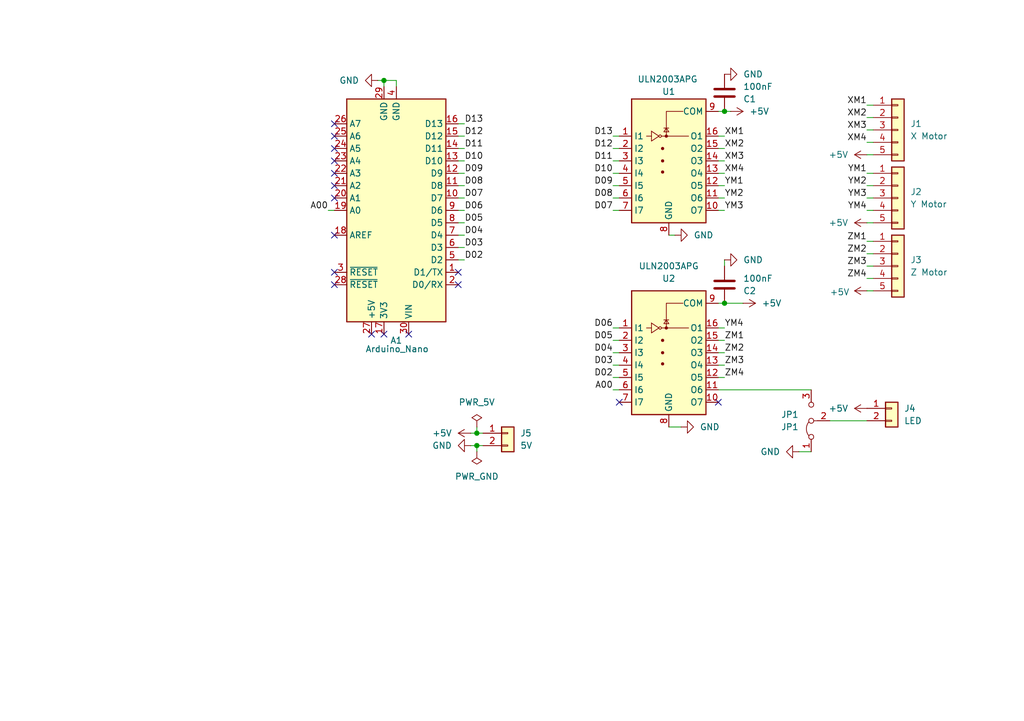
<source format=kicad_sch>
(kicad_sch (version 20231120) (generator "eeschema") (generator_version "8.0")
  (paper "A5")
  (title_block (title "BearBoard") (date "2024-06-02") (rev "1.0.1 (Dicker)"))
  (lib_symbols
    (symbol "Connector_Generic:Conn_01x02" (pin_names (offset 1.016) hide)
      (property "Reference" "J" (at 0 2.54 0))
      (property "Value" "Conn_01x02" (at 0 -5.08 0))
      (symbol "Conn_01x02_1_1"
        (rectangle (start -1.27 -2.413) (end 0 -2.667) (stroke (width 0.1524)))
        (rectangle (start -1.27 0.127) (end 0 -0.127) (stroke (width 0.1524)))
        (rectangle (start -1.27 1.27) (end 1.27 -3.81) (stroke (width 0.254)) (fill (type background)))
        (pin passive line (at -5.08 0 0) (length 3.81) (name "Pin_1") (number "1"))
        (pin passive line (at -5.08 -2.54 0) (length 3.81) (name "Pin_2") (number "2"))
      )
    )
    (symbol "Connector_Generic:Conn_01x05" (pin_names (offset 1.016) hide)
      (property "Reference" "J" (at 0 7.62 0))
      (property "Value" "Conn_01x05" (at 0 -7.62 0))
      (symbol "Conn_01x05_1_1"
        (rectangle (start -1.27 -4.953) (end 0 -5.207) (stroke (width 0.1524)))
        (rectangle (start -1.27 -2.413) (end 0 -2.667) (stroke (width 0.1524)))
        (rectangle (start -1.27 0.127) (end 0 -0.127) (stroke (width 0.1524)))
        (rectangle (start -1.27 2.667) (end 0 2.413) (stroke (width 0.1524)))
        (rectangle (start -1.27 5.207) (end 0 4.953) (stroke (width 0.1524)))
        (rectangle (start -1.27 6.35) (end 1.27 -6.35) (stroke (width 0.254)) (fill (type background)))
        (pin passive line (at -5.08 5.08 0) (length 3.81) (name "Pin_1") (number "1"))
        (pin passive line (at -5.08 2.54 0) (length 3.81) (name "Pin_2") (number "2"))
        (pin passive line (at -5.08 0 0) (length 3.81) (name "Pin_3") (number "3"))
        (pin passive line (at -5.08 -2.54 0) (length 3.81) (name "Pin_4") (number "4"))
        (pin passive line (at -5.08 -5.08 0) (length 3.81) (name "Pin_5") (number "5"))
      )
    )
    (symbol "Device:C" (pin_numbers hide) (pin_names (offset 0.254))
      (property "Reference" "C" (at 0.635 2.54 0))
      (property "Value" "C" (at 0.635 -2.54 0))
      (symbol "C_0_1"
        (polyline (pts (xy -2.032 -0.762) (xy 2.032 -0.762)) (stroke (width 0.508)))
        (polyline (pts (xy -2.032 0.762) (xy 2.032 0.762)) (stroke (width 0.508)))
      )
      (symbol "C_1_1"
        (pin passive line (at 0 3.81 270) (length 2.794) (name "~") (number "1"))
        (pin passive line (at 0 -3.81 90) (length 2.794) (name "~") (number "2"))
      )
    )
    (symbol "Jumper:Jumper_3_Bridged12" (pin_names (offset 0) hide) (exclude_from_sim yes) (in_bom no)
      (property "Reference" "JP" (at -2.54 -2.54 0))
      (property "Value" "Jumper_3_Bridged12" (at 0 2.794 0))
      (symbol "Jumper_3_Bridged12_0_0"
        (circle (center -3.302 0) (radius 0.508))
        (circle (center 0 0) (radius 0.508))
        (circle (center 3.302 0) (radius 0.508))
      )
      (symbol "Jumper_3_Bridged12_0_1"
        (arc (start -0.254 0.508) (mid -1.651 0.9912) (end -3.048 0.508))
        (polyline (pts (xy 0 -1.27) (xy 0 -0.508)))
      )
      (symbol "Jumper_3_Bridged12_1_1"
        (pin passive line (at -6.35 0 0) (length 2.54) (name "A") (number "1"))
        (pin passive line (at 0 -3.81 90) (length 2.54) (name "C") (number "2"))
        (pin passive line (at 6.35 0 180) (length 2.54) (name "B") (number "3"))
      )
    )
    (symbol "MCU_Module:Arduino_Nano_v3.x"
      (property "Reference" "A" (at -10.16 23.495 0))
      (property "Value" "Arduino_Nano_v3.x" (at 5.08 -24.13 0))
      (symbol "Arduino_Nano_v3.x_0_1"
        (rectangle (start -10.16 22.86) (end 10.16 -22.86) (stroke (width 0.254)) (fill (type background)))
      )
      (symbol "Arduino_Nano_v3.x_1_1"
        (pin bidirectional line (at -12.7 12.7 0) (length 2.54) (name "D1/TX") (number "1"))
        (pin bidirectional line (at -12.7 -2.54 0) (length 2.54) (name "D7") (number "10"))
        (pin bidirectional line (at -12.7 -5.08 0) (length 2.54) (name "D8") (number "11"))
        (pin bidirectional line (at -12.7 -7.62 0) (length 2.54) (name "D9") (number "12"))
        (pin bidirectional line (at -12.7 -10.16 0) (length 2.54) (name "D10") (number "13"))
        (pin bidirectional line (at -12.7 -12.7 0) (length 2.54) (name "D11") (number "14"))
        (pin bidirectional line (at -12.7 -15.24 0) (length 2.54) (name "D12") (number "15"))
        (pin bidirectional line (at -12.7 -17.78 0) (length 2.54) (name "D13") (number "16"))
        (pin power_out line (at 2.54 25.4 270) (length 2.54) (name "3V3") (number "17"))
        (pin input line (at 12.7 5.08 180) (length 2.54) (name "AREF") (number "18"))
        (pin bidirectional line (at 12.7 0 180) (length 2.54) (name "A0") (number "19"))
        (pin bidirectional line (at -12.7 15.24 0) (length 2.54) (name "D0/RX") (number "2"))
        (pin bidirectional line (at 12.7 -2.54 180) (length 2.54) (name "A1") (number "20"))
        (pin bidirectional line (at 12.7 -5.08 180) (length 2.54) (name "A2") (number "21"))
        (pin bidirectional line (at 12.7 -7.62 180) (length 2.54) (name "A3") (number "22"))
        (pin bidirectional line (at 12.7 -10.16 180) (length 2.54) (name "A4") (number "23"))
        (pin bidirectional line (at 12.7 -12.7 180) (length 2.54) (name "A5") (number "24"))
        (pin bidirectional line (at 12.7 -15.24 180) (length 2.54) (name "A6") (number "25"))
        (pin bidirectional line (at 12.7 -17.78 180) (length 2.54) (name "A7") (number "26"))
        (pin power_out line (at 5.08 25.4 270) (length 2.54) (name "+5V") (number "27"))
        (pin input line (at 12.7 15.24 180) (length 2.54) (name "~{RESET}") (number "28"))
        (pin power_in line (at 2.54 -25.4 90) (length 2.54) (name "GND") (number "29"))
        (pin input line (at 12.7 12.7 180) (length 2.54) (name "~{RESET}") (number "3"))
        (pin power_in line (at -2.54 25.4 270) (length 2.54) (name "VIN") (number "30"))
        (pin power_in line (at 0 -25.4 90) (length 2.54) (name "GND") (number "4"))
        (pin bidirectional line (at -12.7 10.16 0) (length 2.54) (name "D2") (number "5"))
        (pin bidirectional line (at -12.7 7.62 0) (length 2.54) (name "D3") (number "6"))
        (pin bidirectional line (at -12.7 5.08 0) (length 2.54) (name "D4") (number "7"))
        (pin bidirectional line (at -12.7 2.54 0) (length 2.54) (name "D5") (number "8"))
        (pin bidirectional line (at -12.7 0 0) (length 2.54) (name "D6") (number "9"))
      )
    )
    (symbol "Transistor_Array:ULN2003"
      (property "Reference" "U" (at 0 15.875 0))
      (property "Value" "ULN2003" (at 0 13.97 0))
      (symbol "ULN2003_0_1"
        (rectangle (start -7.62 -12.7) (end 7.62 12.7) (stroke (width 0.254)) (fill (type background)))
        (circle (center -1.778 5.08) (radius 0.254))
        (circle (center -1.27 -2.286) (radius 0.254) (fill (type outline)))
        (circle (center -1.27 0) (radius 0.254) (fill (type outline)))
        (circle (center -1.27 2.54) (radius 0.254) (fill (type outline)))
        (circle (center -0.508 5.08) (radius 0.254) (fill (type outline)))
        (polyline (pts (xy -4.572 5.08) (xy -3.556 5.08)))
        (polyline (pts (xy -1.524 5.08) (xy 4.064 5.08)))
        (polyline (pts (xy 0 6.731) (xy -1.016 6.731)))
        (polyline (pts (xy -0.508 5.08) (xy -0.508 10.16) (xy 2.921 10.16)))
        (polyline (pts (xy -3.556 6.096) (xy -3.556 4.064) (xy -2.032 5.08) (xy -3.556 6.096)))
        (polyline (pts (xy 0 5.969) (xy -1.016 5.969) (xy -0.508 6.731) (xy 0 5.969)))
      )
      (symbol "ULN2003_1_1"
        (pin input line (at -10.16 5.08 0) (length 2.54) (name "I1") (number "1"))
        (pin open_collector line (at 10.16 -10.16 180) (length 2.54) (name "O7") (number "10"))
        (pin open_collector line (at 10.16 -7.62 180) (length 2.54) (name "O6") (number "11"))
        (pin open_collector line (at 10.16 -5.08 180) (length 2.54) (name "O5") (number "12"))
        (pin open_collector line (at 10.16 -2.54 180) (length 2.54) (name "O4") (number "13"))
        (pin open_collector line (at 10.16 0 180) (length 2.54) (name "O3") (number "14"))
        (pin open_collector line (at 10.16 2.54 180) (length 2.54) (name "O2") (number "15"))
        (pin open_collector line (at 10.16 5.08 180) (length 2.54) (name "O1") (number "16"))
        (pin input line (at -10.16 2.54 0) (length 2.54) (name "I2") (number "2"))
        (pin input line (at -10.16 0 0) (length 2.54) (name "I3") (number "3"))
        (pin input line (at -10.16 -2.54 0) (length 2.54) (name "I4") (number "4"))
        (pin input line (at -10.16 -5.08 0) (length 2.54) (name "I5") (number "5"))
        (pin input line (at -10.16 -7.62 0) (length 2.54) (name "I6") (number "6"))
        (pin input line (at -10.16 -10.16 0) (length 2.54) (name "I7") (number "7"))
        (pin power_in line (at 0 -15.24 90) (length 2.54) (name "GND") (number "8"))
        (pin passive line (at 10.16 10.16 180) (length 2.54) (name "COM") (number "9"))
      )
    )
    (symbol "Transistor_Array:ULN2003A"
      (property "Reference" "U" (at 0 15.875 0))
      (property "Value" "ULN2003A" (at 0 13.97 0))
      (symbol "ULN2003A_0_1"
        (rectangle (start -7.62 -12.7) (end 7.62 12.7) (stroke (width 0.254)) (fill (type background)))
        (circle (center -1.778 5.08) (radius 0.254))
        (circle (center -1.27 -2.286) (radius 0.254) (fill (type outline)))
        (circle (center -1.27 0) (radius 0.254) (fill (type outline)))
        (circle (center -1.27 2.54) (radius 0.254) (fill (type outline)))
        (circle (center -0.508 5.08) (radius 0.254) (fill (type outline)))
        (polyline (pts (xy -4.572 5.08) (xy -3.556 5.08)))
        (polyline (pts (xy -1.524 5.08) (xy 4.064 5.08)))
        (polyline (pts (xy 0 6.731) (xy -1.016 6.731)))
        (polyline (pts (xy -0.508 5.08) (xy -0.508 10.16) (xy 2.921 10.16)))
        (polyline (pts (xy -3.556 6.096) (xy -3.556 4.064) (xy -2.032 5.08) (xy -3.556 6.096)))
        (polyline (pts (xy 0 5.969) (xy -1.016 5.969) (xy -0.508 6.731) (xy 0 5.969)))
      )
      (symbol "ULN2003A_1_1"
        (pin input line (at -10.16 5.08 0) (length 2.54) (name "I1") (number "1"))
        (pin open_collector line (at 10.16 -10.16 180) (length 2.54) (name "O7") (number "10"))
        (pin open_collector line (at 10.16 -7.62 180) (length 2.54) (name "O6") (number "11"))
        (pin open_collector line (at 10.16 -5.08 180) (length 2.54) (name "O5") (number "12"))
        (pin open_collector line (at 10.16 -2.54 180) (length 2.54) (name "O4") (number "13"))
        (pin open_collector line (at 10.16 0 180) (length 2.54) (name "O3") (number "14"))
        (pin open_collector line (at 10.16 2.54 180) (length 2.54) (name "O2") (number "15"))
        (pin open_collector line (at 10.16 5.08 180) (length 2.54) (name "O1") (number "16"))
        (pin input line (at -10.16 2.54 0) (length 2.54) (name "I2") (number "2"))
        (pin input line (at -10.16 0 0) (length 2.54) (name "I3") (number "3"))
        (pin input line (at -10.16 -2.54 0) (length 2.54) (name "I4") (number "4"))
        (pin input line (at -10.16 -5.08 0) (length 2.54) (name "I5") (number "5"))
        (pin input line (at -10.16 -7.62 0) (length 2.54) (name "I6") (number "6"))
        (pin input line (at -10.16 -10.16 0) (length 2.54) (name "I7") (number "7"))
        (pin power_in line (at 0 -15.24 90) (length 2.54) (name "GND") (number "8"))
        (pin passive line (at 10.16 10.16 180) (length 2.54) (name "COM") (number "9"))
      )
    )
    (symbol "power:+5V" (power) (pin_numbers hide) (pin_names (offset 0) hide)
      (property "Value" "+5V" (at 0 3.556 0))
      (symbol "+5V_0_1"
        (polyline (pts (xy -0.762 1.27) (xy 0 2.54)))
        (polyline (pts (xy 0 0) (xy 0 2.54)))
        (polyline (pts (xy 0 2.54) (xy 0.762 1.27)))
      )
      (symbol "+5V_1_1"
        (pin power_in line (at 0 0 90) (length 0) (name "~") (number "1"))
      )
    )
    (symbol "power:GND" (power) (pin_numbers hide) (pin_names (offset 0) hide)
      (property "Value" "GND" (at 0 -3.81 0))
      (symbol "GND_0_1"
        (polyline (pts (xy 0 0) (xy 0 -1.27) (xy 1.27 -1.27) (xy 0 -2.54) (xy -1.27 -1.27) (xy 0 -1.27)))
      )
      (symbol "GND_1_1"
        (pin power_in line (at 0 0 270) (length 0) (name "~") (number "1"))
      )
    )
    (symbol "power:PWR_FLAG" (power) (pin_numbers hide) (pin_names (offset 0) hide)
      (property "Value" "PWR_FLAG" (at 0 3.81 0))
      (symbol "PWR_FLAG_0_0"
        (pin power_out line (at 0 0 90) (length 0) (name "~") (number "1"))
      )
      (symbol "PWR_FLAG_0_1"
        (polyline (pts (xy 0 0) (xy 0 1.27) (xy -1.016 1.905) (xy 0 2.54) (xy 1.016 1.905) (xy 0 1.27)))
      )
    )
  )
  (junction (at 148.59 62.23))
  (junction (at 97.79 91.44))
  (junction (at 97.79 88.9))
  (junction (at 78.74 16.51))
  (junction (at 148.59 22.86))
  (no_connect (at 68.58 40.64))
  (no_connect (at 68.58 27.94))
  (no_connect (at 68.58 55.88))
  (no_connect (at 83.82 68.58))
  (no_connect (at 68.58 35.56))
  (no_connect (at 68.58 25.4))
  (no_connect (at 68.58 30.48))
  (no_connect (at 93.98 55.88))
  (no_connect (at 68.58 58.42))
  (no_connect (at 68.58 38.1))
  (no_connect (at 147.32 82.55))
  (no_connect (at 93.98 58.42))
  (no_connect (at 78.74 68.58))
  (no_connect (at 68.58 33.02))
  (no_connect (at 76.2 68.58))
  (no_connect (at 127 82.55))
  (no_connect (at 68.58 48.26))
  (wire (pts (xy 93.98 33.02) (xy 95.25 33.02)))
  (wire (pts (xy 177.8 21.59) (xy 179.07 21.59)))
  (wire (pts (xy 93.98 35.56) (xy 95.25 35.56)))
  (wire (pts (xy 125.73 35.56) (xy 127 35.56)))
  (wire (pts (xy 96.52 88.9) (xy 97.79 88.9)))
  (wire (pts (xy 177.8 31.75) (xy 179.07 31.75)))
  (wire (pts (xy 147.32 27.94) (xy 148.59 27.94)))
  (wire (pts (xy 179.07 59.69) (xy 177.8 59.69)))
  (wire (pts (xy 177.8 52.07) (xy 179.07 52.07)))
  (wire (pts (xy 125.73 74.93) (xy 127 74.93)))
  (wire (pts (xy 125.73 30.48) (xy 127 30.48)))
  (wire (pts (xy 148.59 22.86) (xy 147.32 22.86)))
  (wire (pts (xy 78.74 16.51) (xy 81.28 16.51)))
  (wire (pts (xy 93.98 48.26) (xy 95.25 48.26)))
  (wire (pts (xy 93.98 27.94) (xy 95.25 27.94)))
  (wire (pts (xy 147.32 62.23) (xy 148.59 62.23)))
  (wire (pts (xy 125.73 80.01) (xy 127 80.01)))
  (wire (pts (xy 147.32 74.93) (xy 148.59 74.93)))
  (wire (pts (xy 177.8 54.61) (xy 179.07 54.61)))
  (wire (pts (xy 93.98 43.18) (xy 95.25 43.18)))
  (wire (pts (xy 93.98 53.34) (xy 95.25 53.34)))
  (wire (pts (xy 125.73 40.64) (xy 127 40.64)))
  (wire (pts (xy 125.73 33.02) (xy 127 33.02)))
  (wire (pts (xy 149.86 22.86) (xy 148.59 22.86)))
  (wire (pts (xy 125.73 38.1) (xy 127 38.1)))
  (wire (pts (xy 78.74 17.78) (xy 78.74 16.51)))
  (wire (pts (xy 147.32 40.64) (xy 148.59 40.64)))
  (wire (pts (xy 147.32 30.48) (xy 148.59 30.48)))
  (wire (pts (xy 67.31 43.18) (xy 68.58 43.18)))
  (wire (pts (xy 177.8 26.67) (xy 179.07 26.67)))
  (wire (pts (xy 93.98 50.8) (xy 95.25 50.8)))
  (wire (pts (xy 147.32 80.01) (xy 166.37 80.01)))
  (wire (pts (xy 137.16 87.63) (xy 139.7 87.63)))
  (wire (pts (xy 93.98 38.1) (xy 95.25 38.1)))
  (wire (pts (xy 177.8 43.18) (xy 179.07 43.18)))
  (wire (pts (xy 77.47 16.51) (xy 78.74 16.51)))
  (wire (pts (xy 125.73 27.94) (xy 127 27.94)))
  (wire (pts (xy 177.8 40.64) (xy 179.07 40.64)))
  (wire (pts (xy 177.8 24.13) (xy 179.07 24.13)))
  (wire (pts (xy 177.8 49.53) (xy 179.07 49.53)))
  (wire (pts (xy 97.79 91.44) (xy 99.06 91.44)))
  (wire (pts (xy 177.8 38.1) (xy 179.07 38.1)))
  (wire (pts (xy 125.73 43.18) (xy 127 43.18)))
  (wire (pts (xy 177.8 45.72) (xy 179.07 45.72)))
  (wire (pts (xy 125.73 67.31) (xy 127 67.31)))
  (wire (pts (xy 97.79 91.44) (xy 97.79 92.71)))
  (wire (pts (xy 125.73 69.85) (xy 127 69.85)))
  (wire (pts (xy 93.98 30.48) (xy 95.25 30.48)))
  (wire (pts (xy 152.4 62.23) (xy 148.59 62.23)))
  (wire (pts (xy 147.32 38.1) (xy 148.59 38.1)))
  (wire (pts (xy 147.32 67.31) (xy 148.59 67.31)))
  (wire (pts (xy 81.28 16.51) (xy 81.28 17.78)))
  (wire (pts (xy 93.98 25.4) (xy 95.25 25.4)))
  (wire (pts (xy 177.8 29.21) (xy 179.07 29.21)))
  (wire (pts (xy 147.32 77.47) (xy 148.59 77.47)))
  (wire (pts (xy 125.73 77.47) (xy 127 77.47)))
  (wire (pts (xy 97.79 88.9) (xy 99.06 88.9)))
  (wire (pts (xy 170.18 86.36) (xy 177.8 86.36)))
  (wire (pts (xy 125.73 72.39) (xy 127 72.39)))
  (wire (pts (xy 96.52 91.44) (xy 97.79 91.44)))
  (wire (pts (xy 93.98 45.72) (xy 95.25 45.72)))
  (wire (pts (xy 177.8 35.56) (xy 179.07 35.56)))
  (wire (pts (xy 147.32 72.39) (xy 148.59 72.39)))
  (wire (pts (xy 177.8 57.15) (xy 179.07 57.15)))
  (wire (pts (xy 147.32 69.85) (xy 148.59 69.85)))
  (wire (pts (xy 148.59 54.61) (xy 148.59 53.34)))
  (wire (pts (xy 163.83 92.71) (xy 166.37 92.71)))
  (wire (pts (xy 97.79 87.63) (xy 97.79 88.9)))
  (wire (pts (xy 147.32 33.02) (xy 148.59 33.02)))
  (wire (pts (xy 93.98 40.64) (xy 95.25 40.64)))
  (wire (pts (xy 147.32 35.56) (xy 148.59 35.56)))
  (wire (pts (xy 147.32 43.18) (xy 148.59 43.18)))
  (wire (pts (xy 137.16 48.26) (xy 138.43 48.26)))
  (label "YM3" (at 148.59 43.18 0))
  (label "D11" (at 95.25 30.48 0))
  (label "D08" (at 95.25 38.1 0))
  (label "XM1" (at 148.59 27.94 0))
  (label "ZM2" (at 148.59 72.39 0))
  (label "D08" (at 125.73 40.64 180))
  (label "D05" (at 125.73 69.85 180))
  (label "D09" (at 95.25 35.56 0))
  (label "D04" (at 95.25 48.26 0))
  (label "D11" (at 125.73 33.02 180))
  (label "YM3" (at 177.8 40.64 180))
  (label "D12" (at 95.25 27.94 0))
  (label "D13" (at 95.25 25.4 0))
  (label "YM4" (at 177.8 43.18 180))
  (label "XM3" (at 177.8 26.67 180))
  (label "YM2" (at 148.59 40.64 0))
  (label "ZM3" (at 148.59 74.93 0))
  (label "XM2" (at 177.8 24.13 180))
  (label "ZM1" (at 148.59 69.85 0))
  (label "A00" (at 125.73 80.01 180))
  (label "D07" (at 125.73 43.18 180))
  (label "D06" (at 125.73 67.31 180))
  (label "YM2" (at 177.8 38.1 180))
  (label "ZM2" (at 177.8 52.07 180))
  (label "D10" (at 95.25 33.02 0))
  (label "ZM4" (at 177.8 57.15 180))
  (label "XM4" (at 148.59 35.56 0))
  (label "XM1" (at 177.8 21.59 180))
  (label "D12" (at 125.73 30.48 180))
  (label "XM4" (at 177.8 29.21 180))
  (label "XM3" (at 148.59 33.02 0))
  (label "XM2" (at 148.59 30.48 0))
  (label "D02" (at 125.73 77.47 180))
  (label "YM1" (at 177.8 35.56 180))
  (label "A00" (at 67.31 43.18 180))
  (label "D10" (at 125.73 35.56 180))
  (label "D07" (at 95.25 40.64 0))
  (label "D13" (at 125.73 27.94 180))
  (label "YM4" (at 148.59 67.31 0))
  (label "YM1" (at 148.59 38.1 0))
  (label "D03" (at 95.25 50.8 0))
  (label "D06" (at 95.25 43.18 0))
  (label "D05" (at 95.25 45.72 0))
  (label "D02" (at 95.25 53.34 0))
  (label "D04" (at 125.73 72.39 180))
  (label "ZM3" (at 177.8 54.61 180))
  (label "D03" (at 125.73 74.93 180))
  (label "D09" (at 125.73 38.1 180))
  (label "ZM1" (at 177.8 49.53 180))
  (label "ZM4" (at 148.59 77.47 0))
  (symbol (lib_id "power:GND") (at 148.59 15.24 90) (unit 1)
    (property "Reference" "#PWR02" (effects (hide yes)))
    (property "Value" "GND" (at 152.4 15.2401 90) (effects (justify right)))
    (property "Description" "Power symbol creates a global label with name \"GND\" , ground" (effects (hide yes)))
  )
  (symbol (lib_id "power:GND") (at 163.83 92.71 270) (unit 1)
    (property "Reference" "#PWR06" (effects (hide yes)))
    (property "Value" "GND" (at 160.02 92.7099 90) (effects (justify right)))
    (property "Description" "Power symbol creates a global label with name \"GND\" , ground" (effects (hide yes)))
  )
  (symbol (lib_id "Connector_Generic:Conn_01x05") (at 184.15 54.61 0) (unit 1)
    (property "Reference" "J3" (at 186.69 53.3399 0) (effects (justify left)))
    (property "Value" "Z Motor" (at 186.69 55.8799 0) (effects (justify left)))
    (property "Footprint" "Connector_JST:JST_XH_B5B-XH-A_1x05_P2.50mm_Vertical" (effects (hide yes)))
    (property "Description" "Generic connector, single row, 01x05, script generated (kicad-library-utils/schlib/autogen/connector/)" (effects (hide yes)))
  )
  (symbol (lib_id "Connector_Generic:Conn_01x05") (at 184.15 40.64 0) (unit 1)
    (property "Reference" "J2" (at 186.69 39.3699 0) (effects (justify left)))
    (property "Value" "Y Motor" (at 186.69 41.9099 0) (effects (justify left)))
    (property "Footprint" "Connector_JST:JST_XH_B5B-XH-A_1x05_P2.50mm_Vertical" (effects (hide yes)))
    (property "Description" "Generic connector, single row, 01x05, script generated (kicad-library-utils/schlib/autogen/connector/)" (effects (hide yes)))
  )
  (symbol (lib_id "Transistor_Array:ULN2003") (at 137.16 72.39 0) (unit 1)
    (property "Reference" "U2" (at 137.16 57.15 0))
    (property "Value" "ULN2003APG" (at 137.16 54.61 0))
    (property "Footprint" "Package_DIP:DIP-16_W7.62mm_Socket" (effects (hide yes)))
    (property "Datasheet" "http://www.ti.com/lit/ds/symlink/uln2003a.pdf" (effects (hide yes)))
    (property "Description" "High Voltage, High Current Darlington Transistor Arrays, SOIC16/SOIC16W/DIP16/TSSOP16" (effects (hide yes)))
  )
  (symbol (lib_id "power:+5V") (at 177.8 83.82 90) (unit 1)
    (property "Reference" "#PWR010" (effects (hide yes)))
    (property "Value" "+5V" (at 173.99 83.8199 90) (effects (justify left)))
    (property "Description" "Power symbol creates a global label with name \"+5V\"" (effects (hide yes)))
  )
  (symbol (lib_id "power:+5V") (at 152.4 62.23 270) (unit 1)
    (property "Reference" "#PWR012" (effects (hide yes)))
    (property "Value" "+5V" (at 156.21 62.2301 90) (effects (justify left)))
    (property "Description" "Power symbol creates a global label with name \"+5V\"" (effects (hide yes)))
  )
  (symbol (lib_id "power:PWR_FLAG") (at 97.79 87.63 0) (unit 1)
    (property "Reference" "#FLG01" (effects (hide yes)))
    (property "Value" "PWR_5V" (at 97.79 82.55 0))
    (property "Description" "Special symbol for telling ERC where power comes from" (effects (hide yes)))
  )
  (symbol (lib_id "Transistor_Array:ULN2003A") (at 137.16 33.02 0) (unit 1)
    (property "Reference" "U1" (at 137.16 18.796 0))
    (property "Value" "ULN2003APG" (at 136.906 16.256 0))
    (property "Footprint" "Package_DIP:DIP-16_W7.62mm_Socket" (effects (hide yes)))
    (property "Datasheet" "http://www.ti.com/lit/ds/symlink/uln2003a.pdf" (effects (hide yes)))
    (property "Description" "High Voltage, High Current Darlington Transistor Arrays, SOIC16/SOIC16W/DIP16/TSSOP16" (effects (hide yes)))
  )
  (symbol (lib_id "power:PWR_FLAG") (at 97.79 92.71 180) (unit 1)
    (property "Reference" "#FLG02" (effects (hide yes)))
    (property "Value" "PWR_GND" (at 97.79 97.79 0))
    (property "Description" "Special symbol for telling ERC where power comes from" (effects (hide yes)))
  )
  (symbol (lib_id "power:+5V") (at 177.8 45.72 90) (unit 1)
    (property "Reference" "#PWR08" (effects (hide yes)))
    (property "Value" "+5V" (at 173.99 45.7199 90) (effects (justify left)))
    (property "Description" "Power symbol creates a global label with name \"+5V\"" (effects (hide yes)))
  )
  (symbol (lib_id "Device:C") (at 148.59 19.05 0) (mirror y) (unit 1)
    (property "Reference" "C1" (at 152.4 20.3201 0) (effects (justify right)))
    (property "Value" "100nF" (at 152.4 17.78 0) (effects (justify right)))
    (property "Footprint" "Capacitor_THT:C_Disc_D9.0mm_W2.5mm_P5.00mm" (effects (hide yes)))
    (property "Description" "Unpolarized capacitor" (effects (hide yes)))
  )
  (symbol (lib_id "power:+5V") (at 177.8 59.69 90) (unit 1)
    (property "Reference" "#PWR09" (effects (hide yes)))
    (property "Value" "+5V" (at 174.244 59.944 90) (effects (justify left)))
    (property "Description" "Power symbol creates a global label with name \"+5V\"" (effects (hide yes)))
  )
  (symbol (lib_id "MCU_Module:Arduino_Nano_v3.x") (at 81.28 43.18 180) (unit 1)
    (property "Reference" "A1" (at 80.01 69.85 0) (effects (justify right)))
    (property "Value" "Arduino_Nano" (at 74.93 71.628 0) (effects (justify right)))
    (property "Footprint" "Module:Arduino_Nano" (effects (hide yes)))
    (property "Datasheet" "http://www.mouser.com/pdfdocs/Gravitech_Arduino_Nano3_0.pdf" (effects (hide yes)))
    (property "Description" "Arduino Nano v3.x" (effects (hide yes)))
  )
  (symbol (lib_id "power:GND") (at 138.43 48.26 90) (unit 1)
    (property "Reference" "#PWR014" (effects (hide yes)))
    (property "Value" "GND" (at 142.24 48.2599 90) (effects (justify right)))
    (property "Description" "Power symbol creates a global label with name \"GND\" , ground" (effects (hide yes)))
  )
  (symbol (lib_id "power:+5V") (at 149.86 22.86 270) (unit 1)
    (property "Reference" "#PWR013" (effects (hide yes)))
    (property "Value" "+5V" (at 153.67 22.8601 90) (effects (justify left)))
    (property "Description" "Power symbol creates a global label with name \"+5V\"" (effects (hide yes)))
  )
  (symbol (lib_id "Device:C") (at 148.59 58.42 0) (mirror y) (unit 1)
    (property "Reference" "C2" (at 152.4 59.6901 0) (effects (justify right)))
    (property "Value" "100nF" (at 152.4 57.1501 0) (effects (justify right)))
    (property "Footprint" "Capacitor_THT:C_Disc_D9.0mm_W2.5mm_P5.00mm" (effects (hide yes)))
    (property "Description" "Unpolarized capacitor" (effects (hide yes)))
  )
  (symbol (lib_id "Connector_Generic:Conn_01x02") (at 104.14 88.9 0) (unit 1)
    (property "Reference" "J5" (at 106.68 88.8999 0) (effects (justify left)))
    (property "Value" "5V" (at 106.68 91.4399 0) (effects (justify left)))
    (property "Footprint" "Connector_JST:JST_PH_B2B-PH-K_1x02_P2.00mm_Vertical" (effects (hide yes)))
    (property "Description" "Generic connector, single row, 01x02, script generated (kicad-library-utils/schlib/autogen/connector/)" (effects (hide yes)))
  )
  (symbol (lib_id "Jumper:Jumper_3_Bridged12") (at 166.37 86.36 90) (unit 1) (exclude_from_sim yes) (in_bom no)
    (property "Reference" "JP1" (at 163.83 85.0899 90) (effects (justify left)))
    (property "Value" "JP1" (at 163.83 87.6299 90) (effects (justify left)))
    (property "Footprint" "Connector_PinHeader_2.54mm:PinHeader_1x03_P2.54mm_Vertical" (effects (hide yes)))
    (property "Description" "Jumper, 3-pole, pins 1+2 closed/bridged" (effects (hide yes)))
  )
  (symbol (lib_id "power:+5V") (at 177.8 31.75 90) (unit 1)
    (property "Reference" "#PWR07" (effects (hide yes)))
    (property "Value" "+5V" (at 173.99 31.7499 90) (effects (justify left)))
    (property "Description" "Power symbol creates a global label with name \"+5V\"" (effects (hide yes)))
  )
  (symbol (lib_id "power:+5V") (at 96.52 88.9 90) (unit 1)
    (property "Reference" "#PWR011" (effects (hide yes)))
    (property "Value" "+5V" (at 92.71 88.8999 90) (effects (justify left)))
    (property "Description" "Power symbol creates a global label with name \"+5V\"" (effects (hide yes)))
  )
  (symbol (lib_id "power:GND") (at 139.7 87.63 90) (unit 1)
    (property "Reference" "#PWR04" (effects (hide yes)))
    (property "Value" "GND" (at 143.51 87.6299 90) (effects (justify right)))
    (property "Description" "Power symbol creates a global label with name \"GND\" , ground" (effects (hide yes)))
  )
  (symbol (lib_id "Connector_Generic:Conn_01x02") (at 182.88 83.82 0) (unit 1)
    (property "Reference" "J4" (at 185.42 83.8199 0) (effects (justify left)))
    (property "Value" "LED" (at 185.42 86.3599 0) (effects (justify left)))
    (property "Footprint" "Connector_JST:JST_PH_B2B-PH-K_1x02_P2.00mm_Vertical" (effects (hide yes)))
    (property "Description" "Generic connector, single row, 01x02, script generated (kicad-library-utils/schlib/autogen/connector/)" (effects (hide yes)))
  )
  (symbol (lib_id "power:GND") (at 96.52 91.44 270) (unit 1)
    (property "Reference" "#PWR05" (effects (hide yes)))
    (property "Value" "GND" (at 92.71 91.4399 90) (effects (justify right)))
    (property "Description" "Power symbol creates a global label with name \"GND\" , ground" (effects (hide yes)))
  )
  (symbol (lib_id "Connector_Generic:Conn_01x05") (at 184.15 26.67 0) (unit 1)
    (property "Reference" "J1" (at 186.69 25.3999 0) (effects (justify left)))
    (property "Value" "X Motor" (at 186.69 27.9399 0) (effects (justify left)))
    (property "Footprint" "Connector_JST:JST_XH_B5B-XH-A_1x05_P2.50mm_Vertical" (effects (hide yes)))
    (property "Description" "Generic connector, single row, 01x05, script generated (kicad-library-utils/schlib/autogen/connector/)" (effects (hide yes)))
  )
  (symbol (lib_id "power:GND") (at 77.47 16.51 270) (unit 1)
    (property "Reference" "#PWR03" (effects (hide yes)))
    (property "Value" "GND" (at 73.66 16.5099 90) (effects (justify right)))
    (property "Description" "Power symbol creates a global label with name \"GND\" , ground" (effects (hide yes)))
  )
  (symbol (lib_id "power:GND") (at 148.59 53.34 90) (unit 1)
    (property "Reference" "#PWR01" (effects (hide yes)))
    (property "Value" "GND" (at 152.4 53.3401 90) (effects (justify right)))
    (property "Description" "Power symbol creates a global label with name \"GND\" , ground" (effects (hide yes)))
  )
)
</source>
